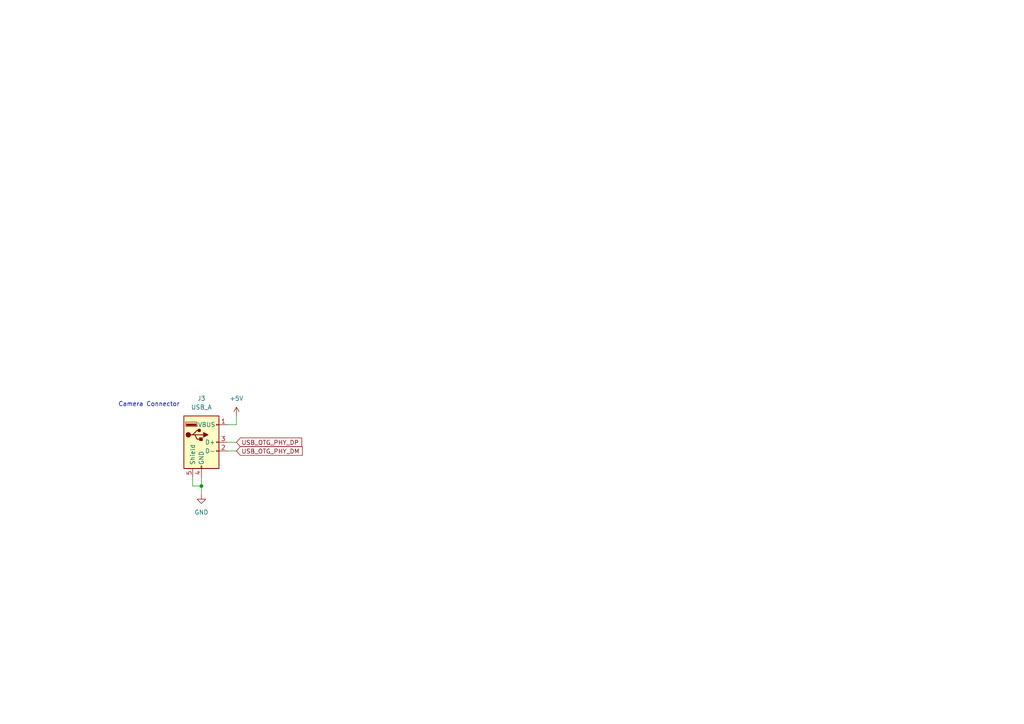
<source format=kicad_sch>
(kicad_sch (version 20230121) (generator eeschema)
  (paper "A4")
  (lib_symbols
    (symbol "Connector:USB_A" (pin_names (offset 1.016))
      (property "Reference" "J" (at -5.08 11.43 0))
      (property "Value" "USB_A" (at -5.08 8.89 0))
      (symbol "USB_A_0_1"
        (rectangle (start -5.08 -7.62) (end 5.08 7.62) (stroke (width 0.254)) (fill (type background)))
        (circle (center -3.81 2.159) (radius 0.635) (stroke (width 0.254)) (fill (type outline)))
        (rectangle (start -1.524 4.826) (end -4.318 5.334) (fill (type outline)))
        (rectangle (start -1.27 4.572) (end -4.572 5.842))
        (circle (center -0.635 3.429) (radius 0.381) (stroke (width 0.254)) (fill (type outline)))
        (rectangle (start -0.127 -7.62) (end 0.127 -6.858))
        (polyline (pts (xy -3.175 2.159) (xy -2.54 2.159) (xy -1.27 3.429) (xy -0.635 3.429)) (stroke (width 0.254)))
        (polyline (pts (xy -2.54 2.159) (xy -1.905 2.159) (xy -1.27 0.889) (xy 0 0.889)) (stroke (width 0.254)))
        (polyline (pts (xy 0.635 2.794) (xy 0.635 1.524) (xy 1.905 2.159) (xy 0.635 2.794)) (stroke (width 0.254)) (fill (type outline)))
        (rectangle (start 0.254 1.27) (end -0.508 0.508) (stroke (width 0.254)) (fill (type outline)))
        (rectangle (start 5.08 -2.667) (end 4.318 -2.413))
        (rectangle (start 5.08 -0.127) (end 4.318 0.127))
        (rectangle (start 5.08 4.953) (end 4.318 5.207))
      )
      (symbol "USB_A_1_1"
        (polyline (pts (xy -1.905 2.159) (xy 0.635 2.159)) (stroke (width 0.254)))
        (pin power_in line (at 7.62 5.08 180) (length 2.54) (name "VBUS") (number "1"))
        (pin bidirectional line (at 7.62 -2.54 180) (length 2.54) (name "D-") (number "2"))
        (pin bidirectional line (at 7.62 0 180) (length 2.54) (name "D+") (number "3"))
        (pin power_in line (at 0 -10.16 90) (length 2.54) (name "GND") (number "4"))
        (pin passive line (at -2.54 -10.16 90) (length 2.54) (name "Shield") (number "5"))
      )
    )
    (symbol "power:+5V" (power) (pin_names (offset 0))
      (property "Value" "+5V" (at 0 3.556 0))
      (symbol "+5V_0_1"
        (polyline (pts (xy -0.762 1.27) (xy 0 2.54)))
        (polyline (pts (xy 0 0) (xy 0 2.54)))
        (polyline (pts (xy 0 2.54) (xy 0.762 1.27)))
      )
      (symbol "+5V_1_1"
        (pin power_in line (at 0 0 90) (length 0) hide (name "+5V") (number "1"))
      )
    )
    (symbol "power:GND" (power) (pin_names (offset 0))
      (property "Value" "GND" (at 0 -3.81 0))
      (symbol "GND_0_1"
        (polyline (pts (xy 0 0) (xy 0 -1.27) (xy 1.27 -1.27) (xy 0 -2.54) (xy -1.27 -1.27) (xy 0 -1.27)))
      )
      (symbol "GND_1_1"
        (pin power_in line (at 0 0 270) (length 0) hide (name "GND") (number "1"))
      )
    )
  )
  (junction (at 58.42 140.97))
  (wire (pts (xy 55.88 140.97) (xy 58.42 140.97)))
  (wire (pts (xy 68.58 123.19) (xy 66.04 123.19)))
  (wire (pts (xy 58.42 140.97) (xy 58.42 143.51)))
  (wire (pts (xy 66.04 130.81) (xy 68.58 130.81)))
  (wire (pts (xy 68.58 120.65) (xy 68.58 123.19)))
  (wire (pts (xy 66.04 128.27) (xy 68.58 128.27)))
  (wire (pts (xy 55.88 138.43) (xy 55.88 140.97)))
  (wire (pts (xy 58.42 138.43) (xy 58.42 140.97)))
  (text "Camera Connector" (at 34.29 118.11 0) (effects (font (size 1.27 1.27)) (justify left bottom)))
  (global_label "USB_OTG_PHY_DM" (shape input) (at 68.58 130.81 0) (property "Intersheetrefs" "${INTERSHEET_REFS}" (effects hide)))
  (global_label "USB_OTG_PHY_DP" (shape input) (at 68.58 128.27 0) (property "Intersheetrefs" "${INTERSHEET_REFS}" (effects hide)))
  (symbol (lib_id "power:GND") (at 58.42 143.51 0) (unit 1)
    (property "Reference" "#PWR013" (effects hide))
    (property "Value" "GND" (at 58.42 148.59 0))
  )
  (symbol (lib_id "power:+5V") (at 68.58 120.65 0) (unit 1)
    (property "Reference" "#PWR012" (effects hide))
    (property "Value" "+5V" (at 68.58 115.57 0))
  )
  (symbol (lib_id "Connector:USB_A") (at 58.42 128.27 0) (unit 1)
    (property "Reference" "J3" (at 58.42 115.57 0))
    (property "Value" "USB_A" (at 58.42 118.11 0))
    (property "Datasheet" " ~" (effects hide))
  )
)
</source>
